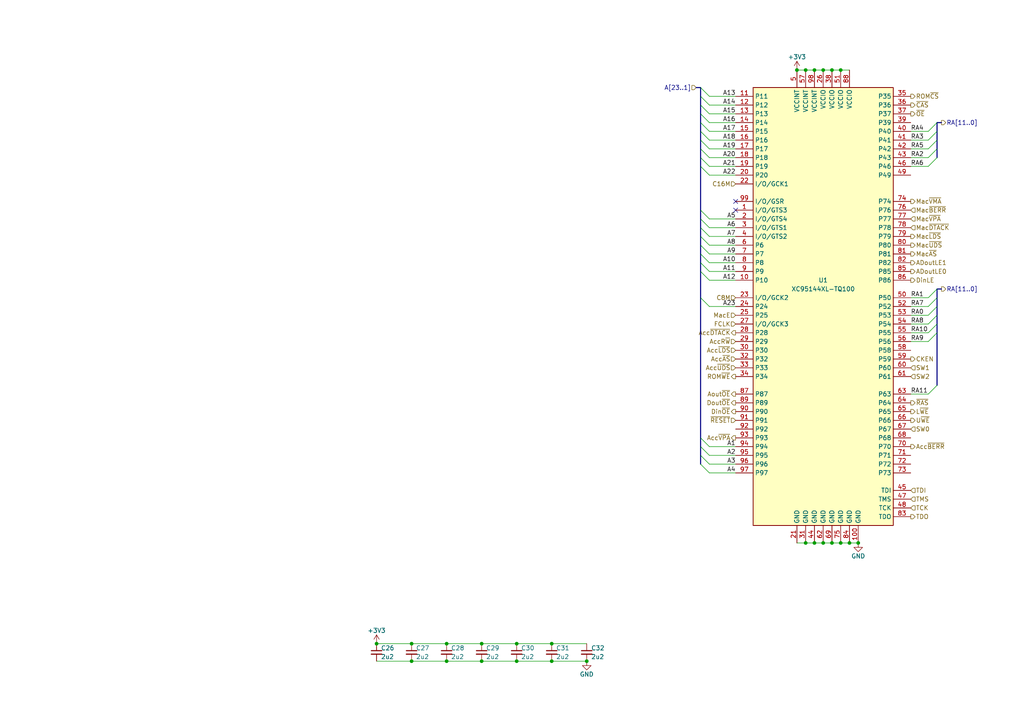
<source format=kicad_sch>
(kicad_sch (version 20211123) (generator eeschema)
  (paper "A4")
  (lib_symbols
    (symbol "CPLD_Xilinx:XC95144XL-TQ100"
      (property "Reference" "U" (at -20.32 64.77 0))
      (property "Value" "XC95144XL-TQ100" (at -20.32 -64.77 0))
      (symbol "XC95144XL-TQ100_1_1"
        (rectangle (start -20.32 63.5) (end 20.32 -63.5) (stroke (width 0.254)) (fill (type background)))
        (pin bidirectional line (at -25.4 27.94 0) (length 5.08) (name "I/O/GTS3") (number "1"))
        (pin bidirectional line (at -25.4 7.62 0) (length 5.08) (name "P10") (number "10"))
        (pin power_in line (at 10.16 -68.58 90) (length 5.08) (name "GND") (number "100"))
        (pin bidirectional line (at -25.4 60.96 0) (length 5.08) (name "P11") (number "11"))
        (pin bidirectional line (at -25.4 58.42 0) (length 5.08) (name "P12") (number "12"))
        (pin bidirectional line (at -25.4 55.88 0) (length 5.08) (name "P13") (number "13"))
        (pin bidirectional line (at -25.4 53.34 0) (length 5.08) (name "P14") (number "14"))
        (pin bidirectional line (at -25.4 50.8 0) (length 5.08) (name "P15") (number "15"))
        (pin bidirectional line (at -25.4 48.26 0) (length 5.08) (name "P16") (number "16"))
        (pin bidirectional line (at -25.4 45.72 0) (length 5.08) (name "P17") (number "17"))
        (pin bidirectional line (at -25.4 43.18 0) (length 5.08) (name "P18") (number "18"))
        (pin bidirectional line (at -25.4 40.64 0) (length 5.08) (name "P19") (number "19"))
        (pin bidirectional line (at -25.4 25.4 0) (length 5.08) (name "I/O/GTS4") (number "2"))
        (pin bidirectional line (at -25.4 38.1 0) (length 5.08) (name "P20") (number "20"))
        (pin power_in line (at -7.62 -68.58 90) (length 5.08) (name "GND") (number "21"))
        (pin bidirectional line (at -25.4 35.56 0) (length 5.08) (name "I/O/GCK1") (number "22"))
        (pin bidirectional line (at -25.4 2.54 0) (length 5.08) (name "I/O/GCK2") (number "23"))
        (pin bidirectional line (at -25.4 0 0) (length 5.08) (name "P24") (number "24"))
        (pin bidirectional line (at -25.4 -2.54 0) (length 5.08) (name "P25") (number "25"))
        (pin power_in line (at 0 68.58 270) (length 5.08) (name "VCCIO") (number "26"))
        (pin bidirectional line (at -25.4 -5.08 0) (length 5.08) (name "I/O/GCK3") (number "27"))
        (pin bidirectional line (at -25.4 -7.62 0) (length 5.08) (name "P28") (number "28"))
        (pin bidirectional line (at -25.4 -10.16 0) (length 5.08) (name "P29") (number "29"))
        (pin bidirectional line (at -25.4 22.86 0) (length 5.08) (name "I/O/GTS1") (number "3"))
        (pin bidirectional line (at -25.4 -12.7 0) (length 5.08) (name "P30") (number "30"))
        (pin power_in line (at -5.08 -68.58 90) (length 5.08) (name "GND") (number "31"))
        (pin bidirectional line (at -25.4 -15.24 0) (length 5.08) (name "P32") (number "32"))
        (pin bidirectional line (at -25.4 -17.78 0) (length 5.08) (name "P33") (number "33"))
        (pin bidirectional line (at -25.4 -20.32 0) (length 5.08) (name "P34") (number "34"))
        (pin bidirectional line (at 25.4 60.96 180) (length 5.08) (name "P35") (number "35"))
        (pin bidirectional line (at 25.4 58.42 180) (length 5.08) (name "P36") (number "36"))
        (pin bidirectional line (at 25.4 55.88 180) (length 5.08) (name "P37") (number "37"))
        (pin power_in line (at 2.54 68.58 270) (length 5.08) (name "VCCIO") (number "38"))
        (pin bidirectional line (at 25.4 53.34 180) (length 5.08) (name "P39") (number "39"))
        (pin bidirectional line (at -25.4 20.32 0) (length 5.08) (name "I/O/GTS2") (number "4"))
        (pin bidirectional line (at 25.4 50.8 180) (length 5.08) (name "P40") (number "40"))
        (pin bidirectional line (at 25.4 48.26 180) (length 5.08) (name "P41") (number "41"))
        (pin bidirectional line (at 25.4 45.72 180) (length 5.08) (name "P42") (number "42"))
        (pin bidirectional line (at 25.4 43.18 180) (length 5.08) (name "P43") (number "43"))
        (pin power_in line (at -2.54 -68.58 90) (length 5.08) (name "GND") (number "44"))
        (pin input line (at 25.4 -53.34 180) (length 5.08) (name "TDI") (number "45"))
        (pin bidirectional line (at 25.4 40.64 180) (length 5.08) (name "P46") (number "46"))
        (pin input line (at 25.4 -55.88 180) (length 5.08) (name "TMS") (number "47"))
        (pin input line (at 25.4 -58.42 180) (length 5.08) (name "TCK") (number "48"))
        (pin bidirectional line (at 25.4 38.1 180) (length 5.08) (name "P49") (number "49"))
        (pin power_in line (at -7.62 68.58 270) (length 5.08) (name "VCCINT") (number "5"))
        (pin bidirectional line (at 25.4 2.54 180) (length 5.08) (name "P50") (number "50"))
        (pin power_in line (at 5.08 68.58 270) (length 5.08) (name "VCCIO") (number "51"))
        (pin bidirectional line (at 25.4 0 180) (length 5.08) (name "P52") (number "52"))
        (pin bidirectional line (at 25.4 -2.54 180) (length 5.08) (name "P53") (number "53"))
        (pin bidirectional line (at 25.4 -5.08 180) (length 5.08) (name "P54") (number "54"))
        (pin bidirectional line (at 25.4 -7.62 180) (length 5.08) (name "P55") (number "55"))
        (pin bidirectional line (at 25.4 -10.16 180) (length 5.08) (name "P56") (number "56"))
        (pin power_in line (at -5.08 68.58 270) (length 5.08) (name "VCCINT") (number "57"))
        (pin bidirectional line (at 25.4 -12.7 180) (length 5.08) (name "P58") (number "58"))
        (pin bidirectional line (at 25.4 -15.24 180) (length 5.08) (name "P59") (number "59"))
        (pin bidirectional line (at -25.4 17.78 0) (length 5.08) (name "P6") (number "6"))
        (pin bidirectional line (at 25.4 -17.78 180) (length 5.08) (name "P60") (number "60"))
        (pin bidirectional line (at 25.4 -20.32 180) (length 5.08) (name "P61") (number "61"))
        (pin power_in line (at 0 -68.58 90) (length 5.08) (name "GND") (number "62"))
        (pin bidirectional line (at 25.4 -25.4 180) (length 5.08) (name "P63") (number "63"))
        (pin bidirectional line (at 25.4 -27.94 180) (length 5.08) (name "P64") (number "64"))
        (pin bidirectional line (at 25.4 -30.48 180) (length 5.08) (name "P65") (number "65"))
        (pin bidirectional line (at 25.4 -33.02 180) (length 5.08) (name "P66") (number "66"))
        (pin bidirectional line (at 25.4 -35.56 180) (length 5.08) (name "P67") (number "67"))
        (pin bidirectional line (at 25.4 -38.1 180) (length 5.08) (name "P68") (number "68"))
        (pin power_in line (at 2.54 -68.58 90) (length 5.08) (name "GND") (number "69"))
        (pin bidirectional line (at -25.4 15.24 0) (length 5.08) (name "P7") (number "7"))
        (pin bidirectional line (at 25.4 -40.64 180) (length 5.08) (name "P70") (number "70"))
        (pin bidirectional line (at 25.4 -43.18 180) (length 5.08) (name "P71") (number "71"))
        (pin bidirectional line (at 25.4 -45.72 180) (length 5.08) (name "P72") (number "72"))
        (pin bidirectional line (at 25.4 -48.26 180) (length 5.08) (name "P73") (number "73"))
        (pin bidirectional line (at 25.4 30.48 180) (length 5.08) (name "P74") (number "74"))
        (pin power_in line (at 5.08 -68.58 90) (length 5.08) (name "GND") (number "75"))
        (pin bidirectional line (at 25.4 27.94 180) (length 5.08) (name "P76") (number "76"))
        (pin bidirectional line (at 25.4 25.4 180) (length 5.08) (name "P77") (number "77"))
        (pin bidirectional line (at 25.4 22.86 180) (length 5.08) (name "P78") (number "78"))
        (pin bidirectional line (at 25.4 20.32 180) (length 5.08) (name "P79") (number "79"))
        (pin bidirectional line (at -25.4 12.7 0) (length 5.08) (name "P8") (number "8"))
        (pin bidirectional line (at 25.4 17.78 180) (length 5.08) (name "P80") (number "80"))
        (pin bidirectional line (at 25.4 15.24 180) (length 5.08) (name "P81") (number "81"))
        (pin bidirectional line (at 25.4 12.7 180) (length 5.08) (name "P82") (number "82"))
        (pin output line (at 25.4 -60.96 180) (length 5.08) (name "TDO") (number "83"))
        (pin power_in line (at 7.62 -68.58 90) (length 5.08) (name "GND") (number "84"))
        (pin bidirectional line (at 25.4 10.16 180) (length 5.08) (name "P85") (number "85"))
        (pin bidirectional line (at 25.4 7.62 180) (length 5.08) (name "P86") (number "86"))
        (pin bidirectional line (at -25.4 -25.4 0) (length 5.08) (name "P87") (number "87"))
        (pin power_in line (at 7.62 68.58 270) (length 5.08) (name "VCCIO") (number "88"))
        (pin bidirectional line (at -25.4 -27.94 0) (length 5.08) (name "P89") (number "89"))
        (pin bidirectional line (at -25.4 10.16 0) (length 5.08) (name "P9") (number "9"))
        (pin bidirectional line (at -25.4 -30.48 0) (length 5.08) (name "P90") (number "90"))
        (pin bidirectional line (at -25.4 -33.02 0) (length 5.08) (name "P91") (number "91"))
        (pin bidirectional line (at -25.4 -35.56 0) (length 5.08) (name "P92") (number "92"))
        (pin bidirectional line (at -25.4 -38.1 0) (length 5.08) (name "P93") (number "93"))
        (pin bidirectional line (at -25.4 -40.64 0) (length 5.08) (name "P94") (number "94"))
        (pin bidirectional line (at -25.4 -43.18 0) (length 5.08) (name "P95") (number "95"))
        (pin bidirectional line (at -25.4 -45.72 0) (length 5.08) (name "P96") (number "96"))
        (pin bidirectional line (at -25.4 -48.26 0) (length 5.08) (name "P97") (number "97"))
        (pin power_in line (at -2.54 68.58 270) (length 5.08) (name "VCCINT") (number "98"))
        (pin bidirectional line (at -25.4 30.48 0) (length 5.08) (name "I/O/GSR") (number "99"))
      )
    )
    (symbol "Device:C_Small" (pin_numbers hide) (pin_names (offset 0.254) hide)
      (property "Reference" "C" (at 0.254 1.778 0))
      (property "Value" "C_Small" (at 0.254 -2.032 0))
      (symbol "C_Small_0_1"
        (polyline (pts (xy -1.524 -0.508) (xy 1.524 -0.508)) (stroke (width 0.3302)))
        (polyline (pts (xy -1.524 0.508) (xy 1.524 0.508)) (stroke (width 0.3048)))
      )
      (symbol "C_Small_1_1"
        (pin passive line (at 0 2.54 270) (length 2.032) (name "~") (number "1"))
        (pin passive line (at 0 -2.54 90) (length 2.032) (name "~") (number "2"))
      )
    )
    (symbol "power:+3V3" (power) (pin_names (offset 0))
      (property "Value" "+3V3" (at 0 3.556 0))
      (symbol "+3V3_0_1"
        (polyline (pts (xy -0.762 1.27) (xy 0 2.54)))
        (polyline (pts (xy 0 0) (xy 0 2.54)))
        (polyline (pts (xy 0 2.54) (xy 0.762 1.27)))
      )
      (symbol "+3V3_1_1"
        (pin power_in line (at 0 0 90) (length 0) hide (name "+3V3") (number "1"))
      )
    )
    (symbol "power:GND" (power) (pin_names (offset 0))
      (property "Value" "GND" (at 0 -3.81 0))
      (symbol "GND_0_1"
        (polyline (pts (xy 0 0) (xy 0 -1.27) (xy 1.27 -1.27) (xy 0 -2.54) (xy -1.27 -1.27) (xy 0 -1.27)))
      )
      (symbol "GND_1_1"
        (pin power_in line (at 0 0 270) (length 0) hide (name "GND") (number "1"))
      )
    )
  )
  (junction (at 119.38 191.77))
  (junction (at 246.38 157.48))
  (junction (at 129.54 191.77))
  (junction (at 233.68 157.48))
  (junction (at 231.14 20.32))
  (junction (at 139.7 191.77))
  (junction (at 139.7 186.69))
  (junction (at 241.3 157.48))
  (junction (at 236.22 157.48))
  (junction (at 119.38 186.69))
  (junction (at 238.76 20.32))
  (junction (at 160.02 186.69))
  (junction (at 236.22 20.32))
  (junction (at 109.22 186.69))
  (junction (at 248.92 157.48))
  (junction (at 241.3 20.32))
  (junction (at 233.68 20.32))
  (junction (at 149.86 191.77))
  (junction (at 243.84 157.48))
  (junction (at 149.86 186.69))
  (junction (at 238.76 157.48))
  (junction (at 170.18 191.77))
  (junction (at 160.02 191.77))
  (junction (at 129.54 186.69))
  (junction (at 243.84 20.32))
  (no_connect (at 213.36 60.96))
  (no_connect (at 213.36 58.42))
  (bus_entry (at 203.2 63.5) (size 2.54 2.54))
  (bus_entry (at 203.2 129.54) (size 2.54 2.54))
  (bus_entry (at 203.2 71.12) (size 2.54 2.54))
  (bus_entry (at 203.2 27.94) (size 2.54 2.54))
  (bus_entry (at 203.2 35.56) (size 2.54 2.54))
  (bus_entry (at 271.78 93.98) (size -2.54 2.54))
  (bus_entry (at 271.78 43.18) (size -2.54 2.54))
  (bus_entry (at 203.2 25.4) (size 2.54 2.54))
  (bus_entry (at 203.2 30.48) (size 2.54 2.54))
  (bus_entry (at 203.2 45.72) (size 2.54 2.54))
  (bus_entry (at 271.78 96.52) (size -2.54 2.54))
  (bus_entry (at 203.2 48.26) (size 2.54 2.54))
  (bus_entry (at 271.78 45.72) (size -2.54 2.54))
  (bus_entry (at 271.78 88.9) (size -2.54 2.54))
  (bus_entry (at 203.2 73.66) (size 2.54 2.54))
  (bus_entry (at 271.78 83.82) (size -2.54 2.54))
  (bus_entry (at 271.78 38.1) (size -2.54 2.54))
  (bus_entry (at 271.78 35.56) (size -2.54 2.54))
  (bus_entry (at 203.2 86.36) (size 2.54 2.54))
  (bus_entry (at 203.2 127) (size 2.54 2.54))
  (bus_entry (at 203.2 78.74) (size 2.54 2.54))
  (bus_entry (at 203.2 76.2) (size 2.54 2.54))
  (bus_entry (at 203.2 68.58) (size 2.54 2.54))
  (bus_entry (at 203.2 33.02) (size 2.54 2.54))
  (bus_entry (at 203.2 40.64) (size 2.54 2.54))
  (bus_entry (at 271.78 40.64) (size -2.54 2.54))
  (bus_entry (at 203.2 132.08) (size 2.54 2.54))
  (bus_entry (at 203.2 38.1) (size 2.54 2.54))
  (bus_entry (at 271.78 91.44) (size -2.54 2.54))
  (bus_entry (at 203.2 134.62) (size 2.54 2.54))
  (bus_entry (at 203.2 60.96) (size 2.54 2.54))
  (bus_entry (at 271.78 111.76) (size -2.54 2.54))
  (bus_entry (at 271.78 86.36) (size -2.54 2.54))
  (bus_entry (at 203.2 66.04) (size 2.54 2.54))
  (bus_entry (at 203.2 43.18) (size 2.54 2.54))
  (wire (pts (xy 264.16 93.98) (xy 269.24 93.98)))
  (wire (pts (xy 264.16 43.18) (xy 269.24 43.18)))
  (wire (pts (xy 236.22 20.32) (xy 238.76 20.32)))
  (bus (pts (xy 203.2 127) (xy 203.2 129.54)))
  (bus (pts (xy 203.2 27.94) (xy 203.2 30.48)))
  (bus (pts (xy 203.2 38.1) (xy 203.2 40.64)))
  (wire (pts (xy 213.36 33.02) (xy 205.74 33.02)))
  (wire (pts (xy 213.36 35.56) (xy 205.74 35.56)))
  (wire (pts (xy 238.76 20.32) (xy 241.3 20.32)))
  (wire (pts (xy 213.36 45.72) (xy 205.74 45.72)))
  (bus (pts (xy 203.2 73.66) (xy 203.2 76.2)))
  (wire (pts (xy 109.22 186.69) (xy 119.38 186.69)))
  (bus (pts (xy 271.78 96.52) (xy 271.78 111.76)))
  (wire (pts (xy 213.36 50.8) (xy 205.74 50.8)))
  (wire (pts (xy 213.36 81.28) (xy 205.74 81.28)))
  (wire (pts (xy 213.36 76.2) (xy 205.74 76.2)))
  (wire (pts (xy 119.38 186.69) (xy 129.54 186.69)))
  (bus (pts (xy 203.2 48.26) (xy 203.2 60.96)))
  (bus (pts (xy 203.2 25.4) (xy 201.93 25.4)))
  (bus (pts (xy 203.2 71.12) (xy 203.2 73.66)))
  (wire (pts (xy 213.36 30.48) (xy 205.74 30.48)))
  (wire (pts (xy 213.36 48.26) (xy 205.74 48.26)))
  (bus (pts (xy 271.78 83.82) (xy 271.78 86.36)))
  (wire (pts (xy 160.02 186.69) (xy 170.18 186.69)))
  (bus (pts (xy 203.2 45.72) (xy 203.2 48.26)))
  (bus (pts (xy 203.2 40.64) (xy 203.2 43.18)))
  (wire (pts (xy 213.36 78.74) (xy 205.74 78.74)))
  (wire (pts (xy 264.16 38.1) (xy 269.24 38.1)))
  (bus (pts (xy 271.78 35.56) (xy 271.78 38.1)))
  (wire (pts (xy 205.74 137.16) (xy 213.36 137.16)))
  (bus (pts (xy 271.78 40.64) (xy 271.78 43.18)))
  (bus (pts (xy 203.2 25.4) (xy 203.2 27.94)))
  (wire (pts (xy 139.7 191.77) (xy 149.86 191.77)))
  (bus (pts (xy 271.78 86.36) (xy 271.78 88.9)))
  (wire (pts (xy 213.36 38.1) (xy 205.74 38.1)))
  (wire (pts (xy 269.24 96.52) (xy 264.16 96.52)))
  (bus (pts (xy 203.2 43.18) (xy 203.2 45.72)))
  (bus (pts (xy 203.2 33.02) (xy 203.2 35.56)))
  (bus (pts (xy 271.78 38.1) (xy 271.78 40.64)))
  (wire (pts (xy 213.36 40.64) (xy 205.74 40.64)))
  (wire (pts (xy 241.3 157.48) (xy 238.76 157.48)))
  (bus (pts (xy 203.2 60.96) (xy 203.2 63.5)))
  (wire (pts (xy 213.36 66.04) (xy 205.74 66.04)))
  (wire (pts (xy 264.16 88.9) (xy 269.24 88.9)))
  (wire (pts (xy 264.16 99.06) (xy 269.24 99.06)))
  (wire (pts (xy 129.54 186.69) (xy 139.7 186.69)))
  (wire (pts (xy 264.16 45.72) (xy 269.24 45.72)))
  (wire (pts (xy 160.02 191.77) (xy 170.18 191.77)))
  (wire (pts (xy 213.36 68.58) (xy 205.74 68.58)))
  (wire (pts (xy 139.7 186.69) (xy 149.86 186.69)))
  (wire (pts (xy 264.16 40.64) (xy 269.24 40.64)))
  (bus (pts (xy 203.2 63.5) (xy 203.2 66.04)))
  (bus (pts (xy 203.2 68.58) (xy 203.2 71.12)))
  (wire (pts (xy 149.86 186.69) (xy 160.02 186.69)))
  (wire (pts (xy 264.16 48.26) (xy 269.24 48.26)))
  (wire (pts (xy 149.86 191.77) (xy 160.02 191.77)))
  (bus (pts (xy 203.2 132.08) (xy 203.2 134.62)))
  (bus (pts (xy 203.2 78.74) (xy 203.2 86.36)))
  (bus (pts (xy 203.2 35.56) (xy 203.2 38.1)))
  (wire (pts (xy 238.76 157.48) (xy 236.22 157.48)))
  (wire (pts (xy 246.38 157.48) (xy 243.84 157.48)))
  (wire (pts (xy 213.36 43.18) (xy 205.74 43.18)))
  (wire (pts (xy 205.74 129.54) (xy 213.36 129.54)))
  (wire (pts (xy 119.38 191.77) (xy 129.54 191.77)))
  (wire (pts (xy 213.36 71.12) (xy 205.74 71.12)))
  (wire (pts (xy 109.22 191.77) (xy 119.38 191.77)))
  (wire (pts (xy 264.16 86.36) (xy 269.24 86.36)))
  (bus (pts (xy 271.78 43.18) (xy 271.78 45.72)))
  (bus (pts (xy 271.78 88.9) (xy 271.78 91.44)))
  (bus (pts (xy 203.2 129.54) (xy 203.2 132.08)))
  (bus (pts (xy 203.2 86.36) (xy 203.2 127)))
  (wire (pts (xy 213.36 63.5) (xy 205.74 63.5)))
  (wire (pts (xy 205.74 132.08) (xy 213.36 132.08)))
  (wire (pts (xy 205.74 134.62) (xy 213.36 134.62)))
  (wire (pts (xy 269.24 91.44) (xy 264.16 91.44)))
  (wire (pts (xy 213.36 27.94) (xy 205.74 27.94)))
  (wire (pts (xy 236.22 157.48) (xy 233.68 157.48)))
  (wire (pts (xy 243.84 157.48) (xy 241.3 157.48)))
  (bus (pts (xy 203.2 76.2) (xy 203.2 78.74)))
  (bus (pts (xy 203.2 30.48) (xy 203.2 33.02)))
  (wire (pts (xy 264.16 114.3) (xy 269.24 114.3)))
  (bus (pts (xy 271.78 35.56) (xy 273.05 35.56)))
  (bus (pts (xy 271.78 91.44) (xy 271.78 93.98)))
  (wire (pts (xy 241.3 20.32) (xy 243.84 20.32)))
  (wire (pts (xy 213.36 88.9) (xy 205.74 88.9)))
  (wire (pts (xy 243.84 20.32) (xy 246.38 20.32)))
  (wire (pts (xy 231.14 20.32) (xy 233.68 20.32)))
  (wire (pts (xy 233.68 157.48) (xy 231.14 157.48)))
  (wire (pts (xy 248.92 157.48) (xy 246.38 157.48)))
  (wire (pts (xy 129.54 191.77) (xy 139.7 191.77)))
  (wire (pts (xy 213.36 73.66) (xy 205.74 73.66)))
  (bus (pts (xy 271.78 83.82) (xy 273.05 83.82)))
  (bus (pts (xy 271.78 93.98) (xy 271.78 96.52)))
  (bus (pts (xy 203.2 66.04) (xy 203.2 68.58)))
  (wire (pts (xy 233.68 20.32) (xy 236.22 20.32)))
  (label "RA11" (at 264.16 114.3 0))
  (label "A8" (at 213.36 71.12 180))
  (label "A23" (at 213.36 88.9 180))
  (label "A5" (at 213.36 63.5 180))
  (label "RA2" (at 264.16 45.72 0))
  (label "A15" (at 213.36 33.02 180))
  (label "RA10" (at 264.16 96.52 0))
  (label "RA1" (at 264.16 86.36 0))
  (label "A17" (at 213.36 38.1 180))
  (label "RA4" (at 264.16 38.1 0))
  (label "A16" (at 213.36 35.56 180))
  (label "A7" (at 213.36 68.58 180))
  (label "A10" (at 213.36 76.2 180))
  (label "A9" (at 213.36 73.66 180))
  (label "A21" (at 213.36 48.26 180))
  (label "RA3" (at 264.16 40.64 0))
  (label "A20" (at 213.36 45.72 180))
  (label "A3" (at 213.36 134.62 180))
  (label "A13" (at 213.36 27.94 180))
  (label "A22" (at 213.36 50.8 180))
  (label "RA6" (at 264.16 48.26 0))
  (label "A14" (at 213.36 30.48 180))
  (label "RA7" (at 264.16 88.9 0))
  (label "A11" (at 213.36 78.74 180))
  (label "A18" (at 213.36 40.64 180))
  (label "A6" (at 213.36 66.04 180))
  (label "RA0" (at 264.16 91.44 0))
  (label "RA8" (at 264.16 93.98 0))
  (label "RA9" (at 264.16 99.06 0))
  (label "A1" (at 213.36 129.54 180))
  (label "A4" (at 213.36 137.16 180))
  (label "A2" (at 213.36 132.08 180))
  (label "A12" (at 213.36 81.28 180))
  (label "A19" (at 213.36 43.18 180))
  (label "RA5" (at 264.16 43.18 0))
  (hierarchical_label "A[23..1]" (shape input) (at 201.93 25.4 180))
  (hierarchical_label "Dout~{OE}" (shape output) (at 213.36 116.84 180))
  (hierarchical_label "AccR~{W}" (shape input) (at 213.36 99.06 180))
  (hierarchical_label "TCK" (shape input) (at 264.16 147.32 0))
  (hierarchical_label "ROM~{WE}" (shape output) (at 213.36 109.22 180))
  (hierarchical_label "~{RAS}" (shape output) (at 264.16 116.84 0))
  (hierarchical_label "SW1" (shape input) (at 264.16 106.68 0))
  (hierarchical_label "Acc~{UDS}" (shape input) (at 213.36 106.68 180))
  (hierarchical_label "Din~{OE}" (shape output) (at 213.36 119.38 180))
  (hierarchical_label "L~{WE}" (shape output) (at 264.16 119.38 0))
  (hierarchical_label "TDO" (shape output) (at 264.16 149.86 0))
  (hierarchical_label "Mac~{DTACK}" (shape input) (at 264.16 66.04 0))
  (hierarchical_label "TDI" (shape input) (at 264.16 142.24 0))
  (hierarchical_label "Mac~{VMA}" (shape output) (at 264.16 58.42 0))
  (hierarchical_label "~{OE}" (shape output) (at 264.16 33.02 0))
  (hierarchical_label "ADoutLE1" (shape output) (at 264.16 76.2 0))
  (hierarchical_label "Mac~{UDS}" (shape output) (at 264.16 71.12 0))
  (hierarchical_label "ADoutLE0" (shape output) (at 264.16 78.74 0))
  (hierarchical_label "Acc~{AS}" (shape input) (at 213.36 104.14 180))
  (hierarchical_label "Acc~{VPA}" (shape output) (at 213.36 127 180))
  (hierarchical_label "DinLE" (shape output) (at 264.16 81.28 0))
  (hierarchical_label "C8M" (shape input) (at 213.36 86.36 180))
  (hierarchical_label "CKEN" (shape output) (at 264.16 104.14 0))
  (hierarchical_label "ROM~{CS}" (shape output) (at 264.16 27.94 0))
  (hierarchical_label "TMS" (shape input) (at 264.16 144.78 0))
  (hierarchical_label "Mac~{BERR}" (shape input) (at 264.16 60.96 0))
  (hierarchical_label "Acc~{LDS}" (shape input) (at 213.36 101.6 180))
  (hierarchical_label "Acc~{DTACK}" (shape output) (at 213.36 96.52 180))
  (hierarchical_label "C16M" (shape input) (at 213.36 53.34 180))
  (hierarchical_label "FCLK" (shape input) (at 213.36 93.98 180))
  (hierarchical_label "Mac~{VPA}" (shape input) (at 264.16 63.5 0))
  (hierarchical_label "MacE" (shape input) (at 213.36 91.44 180))
  (hierarchical_label "Mac~{AS}" (shape output) (at 264.16 73.66 0))
  (hierarchical_label "~{CAS}" (shape output) (at 264.16 30.48 0))
  (hierarchical_label "Aout~{OE}" (shape output) (at 213.36 114.3 180))
  (hierarchical_label "RA[11..0]" (shape output) (at 273.05 35.56 0))
  (hierarchical_label "SW0" (shape input) (at 264.16 124.46 0))
  (hierarchical_label "Acc~{BERR}" (shape output) (at 264.16 129.54 0))
  (hierarchical_label "~{RESET}" (shape input) (at 213.36 121.92 180))
  (hierarchical_label "U~{WE}" (shape output) (at 264.16 121.92 0))
  (hierarchical_label "SW2" (shape input) (at 264.16 109.22 0))
  (hierarchical_label "RA[11..0]" (shape output) (at 273.05 83.82 0))
  (hierarchical_label "Mac~{LDS}" (shape output) (at 264.16 68.58 0))
  (symbol (lib_id "Device:C_Small") (at 119.38 189.23 0) (unit 1)
    (property "Reference" "C27" (at 120.65 187.96 0) (effects (justify left)))
    (property "Value" "2u2" (at 120.65 190.5 0) (effects (justify left)))
    (property "Footprint" "stdpads:C_0603" (effects hide))
    (property "LCSC Part" "C23630" (effects hide))
  )
  (symbol (lib_id "Device:C_Small") (at 129.54 189.23 0) (unit 1)
    (property "Reference" "C28" (at 130.81 187.96 0) (effects (justify left)))
    (property "Value" "2u2" (at 130.81 190.5 0) (effects (justify left)))
    (property "Footprint" "stdpads:C_0603" (effects hide))
    (property "LCSC Part" "C23630" (effects hide))
  )
  (symbol (lib_id "Device:C_Small") (at 139.7 189.23 0) (unit 1)
    (property "Reference" "C29" (at 140.97 187.96 0) (effects (justify left)))
    (property "Value" "2u2" (at 140.97 190.5 0) (effects (justify left)))
    (property "Footprint" "stdpads:C_0603" (effects hide))
    (property "LCSC Part" "C23630" (effects hide))
  )
  (symbol (lib_id "power:+3V3") (at 109.22 186.69 0) (unit 1)
    (property "Reference" "#PWR0158" (effects hide))
    (property "Value" "+3V3" (at 109.22 182.88 0))
  )
  (symbol (lib_id "Device:C_Small") (at 109.22 189.23 0) (unit 1)
    (property "Reference" "C26" (at 110.49 187.96 0) (effects (justify left)))
    (property "Value" "2u2" (at 110.49 190.5 0) (effects (justify left)))
    (property "Footprint" "stdpads:C_0603" (effects hide))
    (property "LCSC Part" "C23630" (effects hide))
  )
  (symbol (lib_id "Device:C_Small") (at 160.02 189.23 0) (unit 1)
    (property "Reference" "C31" (at 161.29 187.96 0) (effects (justify left)))
    (property "Value" "2u2" (at 161.29 190.5 0) (effects (justify left)))
    (property "Footprint" "stdpads:C_0603" (effects hide))
    (property "LCSC Part" "C23630" (effects hide))
  )
  (symbol (lib_id "Device:C_Small") (at 149.86 189.23 0) (unit 1)
    (property "Reference" "C30" (at 151.13 187.96 0) (effects (justify left)))
    (property "Value" "2u2" (at 151.13 190.5 0) (effects (justify left)))
    (property "Footprint" "stdpads:C_0603" (effects hide))
    (property "LCSC Part" "C23630" (effects hide))
  )
  (symbol (lib_id "power:GND") (at 170.18 191.77 0) (mirror y) (unit 1)
    (property "Reference" "#PWR0159" (effects hide))
    (property "Value" "GND" (at 170.18 195.58 0))
  )
  (symbol (lib_id "Device:C_Small") (at 170.18 189.23 0) (unit 1)
    (property "Reference" "C32" (at 171.45 187.96 0) (effects (justify left)))
    (property "Value" "2u2" (at 171.45 190.5 0) (effects (justify left)))
    (property "Footprint" "stdpads:C_0603" (effects hide))
    (property "LCSC Part" "C23630" (effects hide))
  )
  (symbol (lib_id "power:+3V3") (at 231.14 20.32 0) (unit 1)
    (property "Reference" "#PWR0160" (effects hide))
    (property "Value" "+3V3" (at 231.14 16.51 0))
  )
  (symbol (lib_id "power:GND") (at 248.92 157.48 0) (unit 1)
    (property "Reference" "#PWR0161" (effects hide))
    (property "Value" "GND" (at 248.92 161.29 0))
  )
  (symbol (lib_id "CPLD_Xilinx:XC95144XL-TQ100") (at 238.76 88.9 0) (unit 1)
    (property "Reference" "U1" (at 238.76 81.28 0))
    (property "Value" "XC95144XL-TQ100" (at 238.76 83.82 0))
    (property "Footprint" "stdpads:TQFP-100_14x14mm_P0.5mm" (effects hide))
    (property "Datasheet" "https://www.xilinx.com/support/documentation/data_sheets/ds056.pdf" (effects hide))
    (property "LCSC Part" "C45126" (effects hide))
  )
)
</source>
